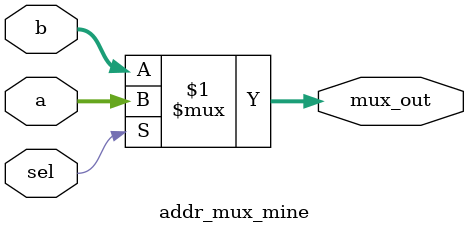
<source format=v>
module addr_mux_mine (
    input  [4:0] a,
    input  [4:0] b,
    input        sel,
    output [4:0] mux_out
);

assign mux_out = sel ? a : b;

endmodule

</source>
